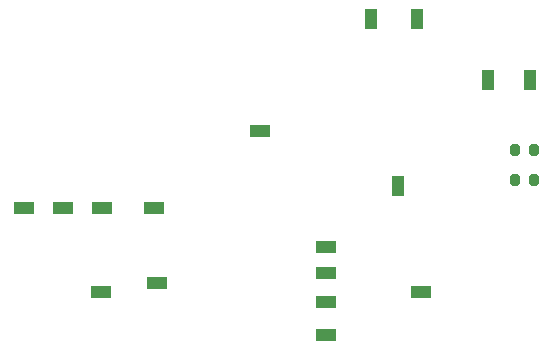
<source format=gbr>
%TF.GenerationSoftware,KiCad,Pcbnew,9.0.5*%
%TF.CreationDate,2026-01-02T01:02:28-05:00*%
%TF.ProjectId,fin-prototype,66696e2d-7072-46f7-946f-747970652e6b,rev?*%
%TF.SameCoordinates,Original*%
%TF.FileFunction,Paste,Bot*%
%TF.FilePolarity,Positive*%
%FSLAX46Y46*%
G04 Gerber Fmt 4.6, Leading zero omitted, Abs format (unit mm)*
G04 Created by KiCad (PCBNEW 9.0.5) date 2026-01-02 01:02:28*
%MOMM*%
%LPD*%
G01*
G04 APERTURE LIST*
G04 Aperture macros list*
%AMRoundRect*
0 Rectangle with rounded corners*
0 $1 Rounding radius*
0 $2 $3 $4 $5 $6 $7 $8 $9 X,Y pos of 4 corners*
0 Add a 4 corners polygon primitive as box body*
4,1,4,$2,$3,$4,$5,$6,$7,$8,$9,$2,$3,0*
0 Add four circle primitives for the rounded corners*
1,1,$1+$1,$2,$3*
1,1,$1+$1,$4,$5*
1,1,$1+$1,$6,$7*
1,1,$1+$1,$8,$9*
0 Add four rect primitives between the rounded corners*
20,1,$1+$1,$2,$3,$4,$5,0*
20,1,$1+$1,$4,$5,$6,$7,0*
20,1,$1+$1,$6,$7,$8,$9,0*
20,1,$1+$1,$8,$9,$2,$3,0*%
G04 Aperture macros list end*
%ADD10R,1.800000X1.000000*%
%ADD11R,1.000000X1.800000*%
%ADD12RoundRect,0.200000X-0.200000X-0.275000X0.200000X-0.275000X0.200000X0.275000X-0.200000X0.275000X0*%
G04 APERTURE END LIST*
D10*
%TO.C,TP21*%
X98800000Y-81900000D03*
%TD*%
%TO.C,TP15*%
X124400000Y-89900000D03*
%TD*%
D11*
%TO.C,TP22*%
X132100000Y-65900000D03*
%TD*%
D10*
%TO.C,TP18*%
X105400000Y-81900000D03*
%TD*%
%TO.C,TP12*%
X124400000Y-87395000D03*
%TD*%
D11*
%TO.C,TP23*%
X128200000Y-65900000D03*
%TD*%
D10*
%TO.C,TP20*%
X109800000Y-81900000D03*
%TD*%
%TO.C,TP16*%
X110100000Y-88300000D03*
%TD*%
D11*
%TO.C,TP24*%
X141700000Y-71100000D03*
%TD*%
D12*
%TO.C,R16*%
X140350000Y-77000000D03*
X142000000Y-77000000D03*
%TD*%
D10*
%TO.C,TP17*%
X105300000Y-89005000D03*
%TD*%
%TO.C,TP19*%
X102100000Y-81900000D03*
%TD*%
%TO.C,TP10*%
X132400000Y-89000000D03*
%TD*%
%TO.C,TP14*%
X118800000Y-75400000D03*
%TD*%
D11*
%TO.C,TP25*%
X138100000Y-71100000D03*
%TD*%
D12*
%TO.C,R15*%
X140350000Y-79510000D03*
X142000000Y-79510000D03*
%TD*%
D11*
%TO.C,TP11*%
X130500000Y-80100000D03*
%TD*%
D10*
%TO.C,TP9*%
X124370000Y-92655000D03*
%TD*%
%TO.C,TP13*%
X124400000Y-85200000D03*
%TD*%
M02*

</source>
